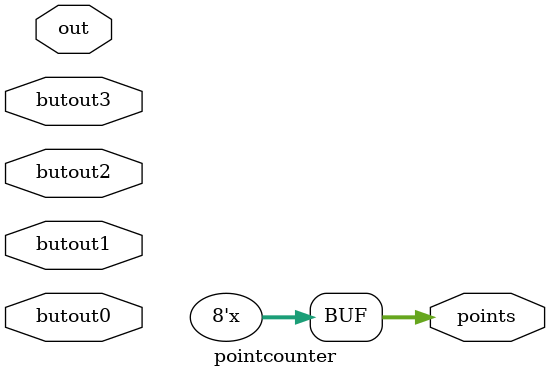
<source format=v>
`timescale 1ns / 1ps
module pointcounter(out,butout0,butout1,butout2,butout3,points
    );
	 
	 input [3:0] out;
	 input butout0,butout1,butout2,butout3;
	 output reg [7:0] points = 8'b00000000;
	 
	 
	 always @(butout0,butout1,butout2,butout3) begin
	 if(out[0] == 1 && butout0 == 1)begin
	 points = points + 8'b00000001;
	 end
	 
	 else if(out[1] == 1 && butout1 == 1)begin
	 points = points + 8'b00000001;
	 end
	 
	 else if(out[2] == 1 && butout2 == 1)begin
	 points = points + 8'b00000001;
	 end
	 
	 else if(out[3] == 1 && butout3 == 1)begin
	 points = points + 8'b00000001;
	 end
	 
	 else begin
	 points = points - 8'b00000001;
	 end
	 end
	 

//This module is counting the players score. If button is pressed while the LED is on he gets a 1 point otherwise he loses 1.
endmodule

</source>
